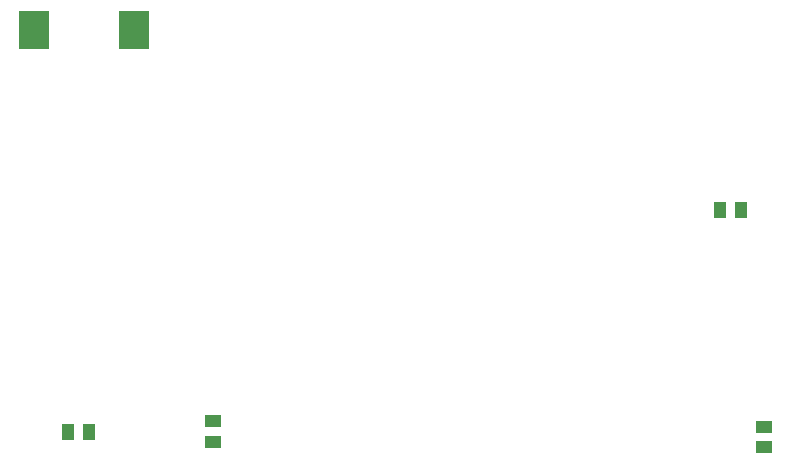
<source format=gtp>
G04 #@! TF.GenerationSoftware,KiCad,Pcbnew,(6.0.5-0)*
G04 #@! TF.CreationDate,2022-09-20T15:19:48+05:30*
G04 #@! TF.ProjectId,FitBot,46697442-6f74-42e6-9b69-6361645f7063,v01*
G04 #@! TF.SameCoordinates,Original*
G04 #@! TF.FileFunction,Paste,Top*
G04 #@! TF.FilePolarity,Positive*
%FSLAX46Y46*%
G04 Gerber Fmt 4.6, Leading zero omitted, Abs format (unit mm)*
G04 Created by KiCad (PCBNEW (6.0.5-0)) date 2022-09-20 15:19:48*
%MOMM*%
%LPD*%
G01*
G04 APERTURE LIST*
%ADD10R,1.380000X1.100000*%
%ADD11R,1.100000X1.380000*%
%ADD12R,2.514600X3.302000*%
G04 APERTURE END LIST*
D10*
G04 #@! TO.C,C6*
X90270000Y-76505000D03*
X90270000Y-78275000D03*
G04 #@! TD*
D11*
G04 #@! TO.C,C7*
X77985000Y-77470000D03*
X79755000Y-77470000D03*
G04 #@! TD*
D12*
G04 #@! TO.C,L1*
X75102800Y-43440000D03*
X83637200Y-43440000D03*
G04 #@! TD*
D10*
G04 #@! TO.C,C5*
X136906000Y-76970000D03*
X136906000Y-78740000D03*
G04 #@! TD*
D11*
G04 #@! TO.C,C8*
X133227000Y-58674000D03*
X134997000Y-58674000D03*
G04 #@! TD*
M02*

</source>
